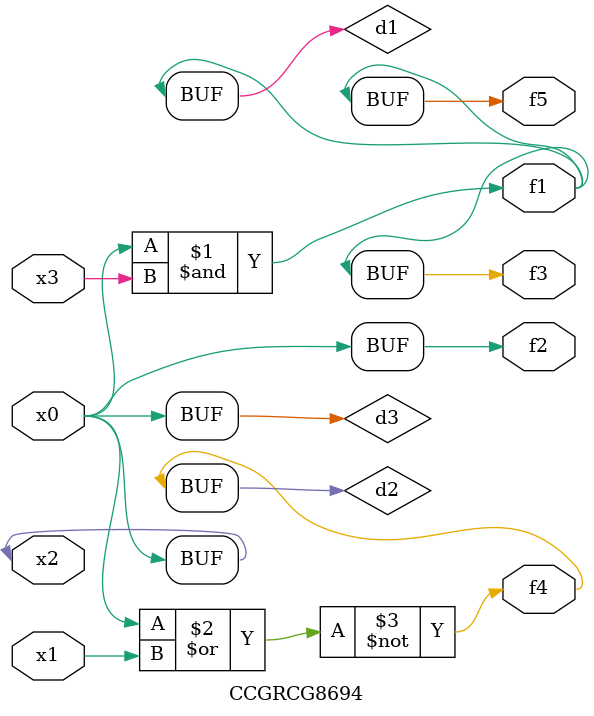
<source format=v>
module CCGRCG8694(
	input x0, x1, x2, x3,
	output f1, f2, f3, f4, f5
);

	wire d1, d2, d3;

	and (d1, x2, x3);
	nor (d2, x0, x1);
	buf (d3, x0, x2);
	assign f1 = d1;
	assign f2 = d3;
	assign f3 = d1;
	assign f4 = d2;
	assign f5 = d1;
endmodule

</source>
